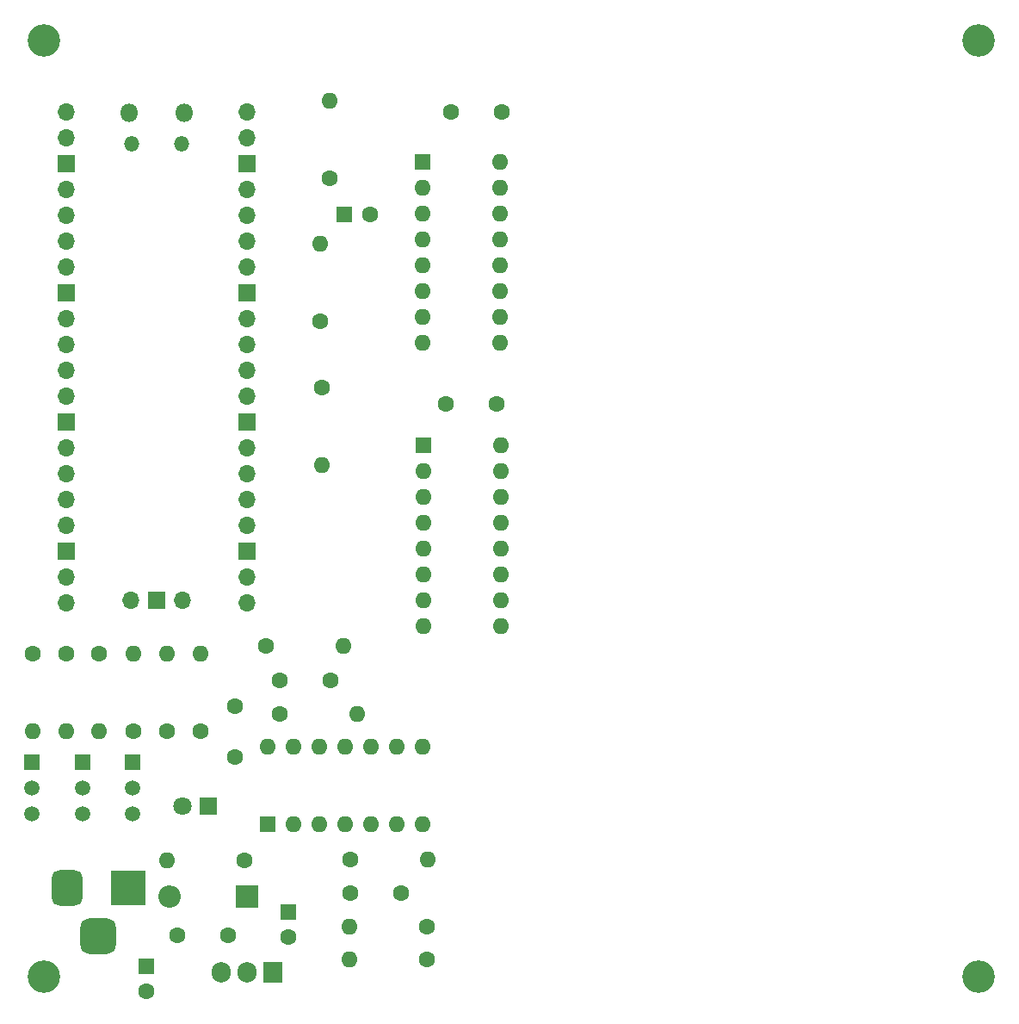
<source format=gbr>
%TF.GenerationSoftware,KiCad,Pcbnew,(6.0.11)*%
%TF.CreationDate,2024-06-09T14:40:51-05:00*%
%TF.ProjectId,CapactiveTouchpad,43617061-6374-4697-9665-546f75636870,rev?*%
%TF.SameCoordinates,Original*%
%TF.FileFunction,Soldermask,Bot*%
%TF.FilePolarity,Negative*%
%FSLAX46Y46*%
G04 Gerber Fmt 4.6, Leading zero omitted, Abs format (unit mm)*
G04 Created by KiCad (PCBNEW (6.0.11)) date 2024-06-09 14:40:51*
%MOMM*%
%LPD*%
G01*
G04 APERTURE LIST*
G04 Aperture macros list*
%AMRoundRect*
0 Rectangle with rounded corners*
0 $1 Rounding radius*
0 $2 $3 $4 $5 $6 $7 $8 $9 X,Y pos of 4 corners*
0 Add a 4 corners polygon primitive as box body*
4,1,4,$2,$3,$4,$5,$6,$7,$8,$9,$2,$3,0*
0 Add four circle primitives for the rounded corners*
1,1,$1+$1,$2,$3*
1,1,$1+$1,$4,$5*
1,1,$1+$1,$6,$7*
1,1,$1+$1,$8,$9*
0 Add four rect primitives between the rounded corners*
20,1,$1+$1,$2,$3,$4,$5,0*
20,1,$1+$1,$4,$5,$6,$7,0*
20,1,$1+$1,$6,$7,$8,$9,0*
20,1,$1+$1,$8,$9,$2,$3,0*%
G04 Aperture macros list end*
%ADD10C,3.200000*%
%ADD11C,1.600000*%
%ADD12O,1.600000X1.600000*%
%ADD13R,1.500000X1.500000*%
%ADD14C,1.500000*%
%ADD15R,3.500000X3.500000*%
%ADD16RoundRect,0.750000X-0.750000X-1.000000X0.750000X-1.000000X0.750000X1.000000X-0.750000X1.000000X0*%
%ADD17RoundRect,0.875000X-0.875000X-0.875000X0.875000X-0.875000X0.875000X0.875000X-0.875000X0.875000X0*%
%ADD18R,1.905000X2.000000*%
%ADD19O,1.905000X2.000000*%
%ADD20R,2.200000X2.200000*%
%ADD21O,2.200000X2.200000*%
%ADD22O,1.500000X1.500000*%
%ADD23O,1.800000X1.800000*%
%ADD24O,1.700000X1.700000*%
%ADD25R,1.700000X1.700000*%
%ADD26R,1.600000X1.600000*%
%ADD27R,1.800000X1.800000*%
%ADD28C,1.800000*%
G04 APERTURE END LIST*
D10*
%TO.C,H1*%
X136000000Y-126000000D03*
%TD*%
D11*
%TO.C,R15*%
X74200000Y-114500000D03*
D12*
X81820000Y-114500000D03*
%TD*%
D13*
%TO.C,Q1*%
X52726000Y-104902000D03*
D14*
X52726000Y-107442000D03*
X52726000Y-109982000D03*
%TD*%
D13*
%TO.C,Q2*%
X47810000Y-104900000D03*
D14*
X47810000Y-107440000D03*
X47810000Y-109980000D03*
%TD*%
D11*
%TO.C,C9*%
X67200000Y-96900000D03*
X72200000Y-96900000D03*
%TD*%
D15*
%TO.C,J1*%
X52324000Y-117300000D03*
D16*
X46324000Y-117300000D03*
D17*
X49324000Y-122000000D03*
%TD*%
D11*
%TO.C,R11*%
X67200000Y-100200000D03*
D12*
X74820000Y-100200000D03*
%TD*%
D11*
%TO.C,R6*%
X46200000Y-94220000D03*
D12*
X46200000Y-101840000D03*
%TD*%
D11*
%TO.C,R4*%
X49450000Y-94240000D03*
D12*
X49450000Y-101860000D03*
%TD*%
D18*
%TO.C,U1*%
X66548000Y-125547000D03*
D19*
X64008000Y-125547000D03*
X61468000Y-125547000D03*
%TD*%
D10*
%TO.C,H4*%
X44000000Y-126000000D03*
%TD*%
%TO.C,H2*%
X136000000Y-34000000D03*
%TD*%
D20*
%TO.C,D2*%
X64008000Y-118110000D03*
D21*
X56388000Y-118110000D03*
%TD*%
D11*
%TO.C,C8*%
X74200000Y-117800000D03*
X79200000Y-117800000D03*
%TD*%
D22*
%TO.C,U4*%
X57535000Y-44160000D03*
D23*
X52385000Y-41130000D03*
D22*
X52685000Y-44160000D03*
D23*
X57835000Y-41130000D03*
D24*
X46220000Y-41000000D03*
X46220000Y-43540000D03*
D25*
X46220000Y-46080000D03*
D24*
X46220000Y-48620000D03*
X46220000Y-51160000D03*
X46220000Y-53700000D03*
X46220000Y-56240000D03*
D25*
X46220000Y-58780000D03*
D24*
X46220000Y-61320000D03*
X46220000Y-63860000D03*
X46220000Y-66400000D03*
X46220000Y-68940000D03*
D25*
X46220000Y-71480000D03*
D24*
X46220000Y-74020000D03*
X46220000Y-76560000D03*
X46220000Y-79100000D03*
X46220000Y-81640000D03*
D25*
X46220000Y-84180000D03*
D24*
X46220000Y-86720000D03*
X46220000Y-89260000D03*
X64000000Y-89260000D03*
X64000000Y-86720000D03*
D25*
X64000000Y-84180000D03*
D24*
X64000000Y-81640000D03*
X64000000Y-79100000D03*
X64000000Y-76560000D03*
X64000000Y-74020000D03*
D25*
X64000000Y-71480000D03*
D24*
X64000000Y-68940000D03*
X64000000Y-66400000D03*
X64000000Y-63860000D03*
X64000000Y-61320000D03*
D25*
X64000000Y-58780000D03*
D24*
X64000000Y-56240000D03*
X64000000Y-53700000D03*
X64000000Y-51160000D03*
X64000000Y-48620000D03*
D25*
X64000000Y-46080000D03*
D24*
X64000000Y-43540000D03*
X64000000Y-41000000D03*
X52570000Y-89030000D03*
D25*
X55110000Y-89030000D03*
D24*
X57650000Y-89030000D03*
%TD*%
D11*
%TO.C,C4*%
X88600000Y-69700000D03*
X83600000Y-69700000D03*
%TD*%
%TO.C,R8*%
X42900000Y-94260000D03*
D12*
X42900000Y-101880000D03*
%TD*%
D26*
%TO.C,U2*%
X66035000Y-110988000D03*
D12*
X68575000Y-110988000D03*
X71115000Y-110988000D03*
X73655000Y-110988000D03*
X76195000Y-110988000D03*
X78735000Y-110988000D03*
X81275000Y-110988000D03*
X81275000Y-103368000D03*
X78735000Y-103368000D03*
X76195000Y-103368000D03*
X73655000Y-103368000D03*
X71115000Y-103368000D03*
X68575000Y-103368000D03*
X66035000Y-103368000D03*
%TD*%
D26*
%TO.C,U3*%
X81300000Y-45954000D03*
D12*
X81300000Y-48494000D03*
X81300000Y-51034000D03*
X81300000Y-53574000D03*
X81300000Y-56114000D03*
X81300000Y-58654000D03*
X81300000Y-61194000D03*
X81300000Y-63734000D03*
X88920000Y-63734000D03*
X88920000Y-61194000D03*
X88920000Y-58654000D03*
X88920000Y-56114000D03*
X88920000Y-53574000D03*
X88920000Y-51034000D03*
X88920000Y-48494000D03*
X88920000Y-45954000D03*
%TD*%
D11*
%TO.C,R5*%
X52832000Y-101854000D03*
D12*
X52832000Y-94234000D03*
%TD*%
D11*
%TO.C,C7*%
X62860000Y-99450000D03*
X62860000Y-104450000D03*
%TD*%
%TO.C,R12*%
X71350000Y-68090000D03*
D12*
X71350000Y-75710000D03*
%TD*%
D11*
%TO.C,R2*%
X71200000Y-61600000D03*
D12*
X71200000Y-53980000D03*
%TD*%
D11*
%TO.C,C6*%
X57190000Y-121920000D03*
X62190000Y-121920000D03*
%TD*%
D13*
%TO.C,Q3*%
X42880000Y-104940000D03*
D14*
X42880000Y-107480000D03*
X42880000Y-110020000D03*
%TD*%
D26*
%TO.C,C2*%
X68072000Y-119634000D03*
D11*
X68072000Y-122134000D03*
%TD*%
%TO.C,R14*%
X81710000Y-124300000D03*
D12*
X74090000Y-124300000D03*
%TD*%
D11*
%TO.C,R7*%
X56134000Y-101854000D03*
D12*
X56134000Y-94234000D03*
%TD*%
D26*
%TO.C,U6*%
X81380000Y-73800000D03*
D12*
X81380000Y-76340000D03*
X81380000Y-78880000D03*
X81380000Y-81420000D03*
X81380000Y-83960000D03*
X81380000Y-86500000D03*
X81380000Y-89040000D03*
X81380000Y-91580000D03*
X89000000Y-91580000D03*
X89000000Y-89040000D03*
X89000000Y-86500000D03*
X89000000Y-83960000D03*
X89000000Y-81420000D03*
X89000000Y-78880000D03*
X89000000Y-76340000D03*
X89000000Y-73800000D03*
%TD*%
D11*
%TO.C,R13*%
X81710000Y-121100000D03*
D12*
X74090000Y-121100000D03*
%TD*%
D11*
%TO.C,C3*%
X89100000Y-41000000D03*
X84100000Y-41000000D03*
%TD*%
D10*
%TO.C,H3*%
X44000000Y-34000000D03*
%TD*%
D11*
%TO.C,R9*%
X59436000Y-101854000D03*
D12*
X59436000Y-94234000D03*
%TD*%
D11*
%TO.C,R10*%
X65900000Y-93500000D03*
D12*
X73520000Y-93500000D03*
%TD*%
D11*
%TO.C,R1*%
X63754000Y-114554000D03*
D12*
X56134000Y-114554000D03*
%TD*%
D26*
%TO.C,C1*%
X54102000Y-124968000D03*
D11*
X54102000Y-127468000D03*
%TD*%
%TO.C,R3*%
X72136000Y-47498000D03*
D12*
X72136000Y-39878000D03*
%TD*%
D27*
%TO.C,D1*%
X60198000Y-109220000D03*
D28*
X57658000Y-109220000D03*
%TD*%
D26*
%TO.C,C5*%
X73600000Y-51050000D03*
D11*
X76100000Y-51050000D03*
%TD*%
M02*

</source>
